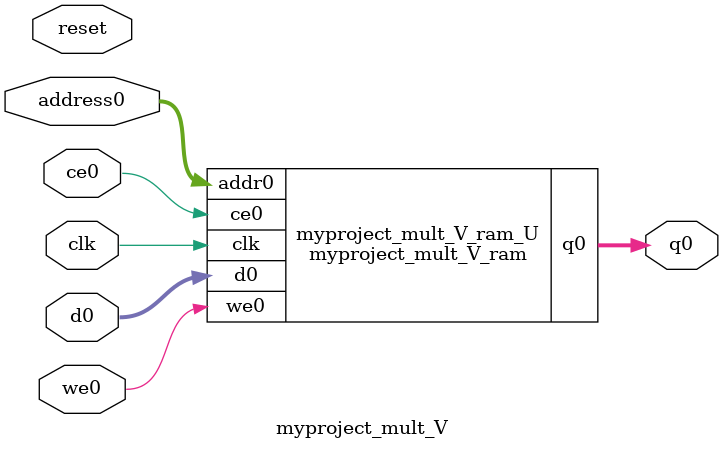
<source format=v>

`timescale 1 ns / 1 ps
module myproject_mult_V_ram (addr0, ce0, d0, we0, q0,  clk);

parameter DWIDTH = 16;
parameter AWIDTH = 6;
parameter MEM_SIZE = 64;

input[AWIDTH-1:0] addr0;
input ce0;
input[DWIDTH-1:0] d0;
input we0;
output reg[DWIDTH-1:0] q0;
input clk;

(* ram_style = "block" *)reg [DWIDTH-1:0] ram[0:MEM_SIZE-1];




always @(posedge clk)  
begin 
    if (ce0) 
    begin
        if (we0) 
        begin 
            ram[addr0] <= d0; 
            q0 <= d0;
        end 
        else 
            q0 <= ram[addr0];
    end
end


endmodule


`timescale 1 ns / 1 ps
module myproject_mult_V(
    reset,
    clk,
    address0,
    ce0,
    we0,
    d0,
    q0);

parameter DataWidth = 32'd16;
parameter AddressRange = 32'd64;
parameter AddressWidth = 32'd6;
input reset;
input clk;
input[AddressWidth - 1:0] address0;
input ce0;
input we0;
input[DataWidth - 1:0] d0;
output[DataWidth - 1:0] q0;



myproject_mult_V_ram myproject_mult_V_ram_U(
    .clk( clk ),
    .addr0( address0 ),
    .ce0( ce0 ),
    .we0( we0 ),
    .d0( d0 ),
    .q0( q0 ));

endmodule


</source>
